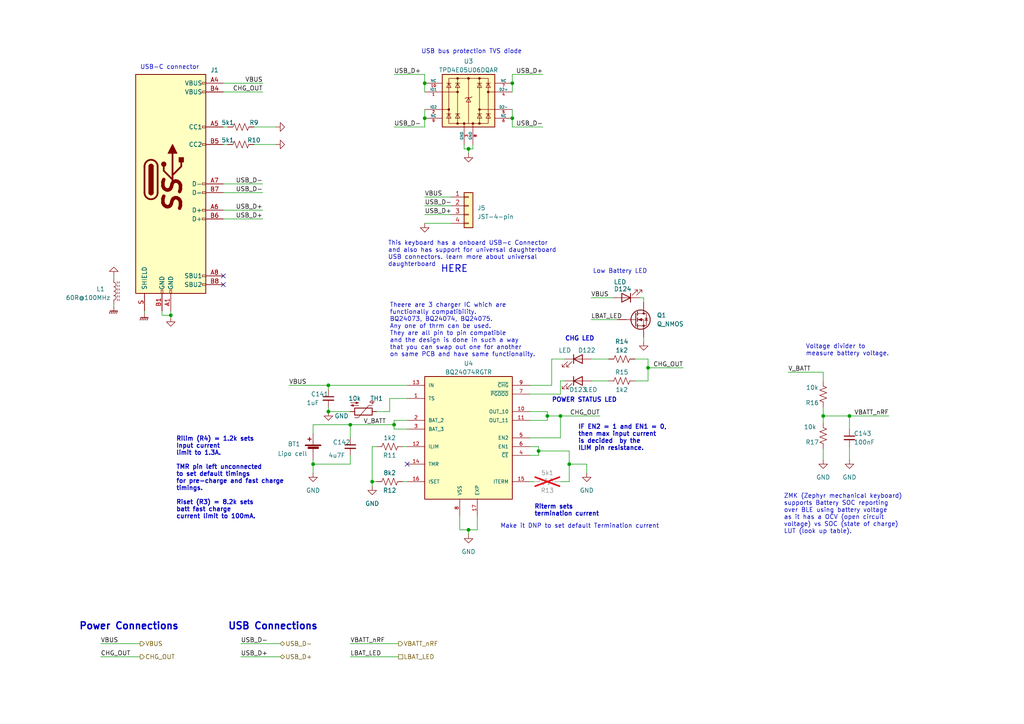
<source format=kicad_sch>
(kicad_sch (version 20250114) (generator "eeschema") (generator_version "9.0")
  (paper "A4")
  (title_block (title "USB and Power Path ") (date "2024-02-17") (rev "1.0") (company "HW-tinkerers"))
  (lib_symbols
    (symbol "Device:C_Small" (pin_numbers (hide yes)) (pin_names (offset 0.254) (hide yes))
      (property "Reference" "C" (at 0.254 1.778 0))
      (property "Value" "C_Small" (at 0.254 -2.032 0))
      (symbol "C_Small_0_1"
        (polyline (pts (xy -1.524 0.508) (xy 1.524 0.508)) (stroke (width 0.3048)))
        (polyline (pts (xy -1.524 -0.508) (xy 1.524 -0.508)) (stroke (width 0.3302)))
      )
      (symbol "C_Small_1_1"
        (pin passive line (at 0 2.54 270) (length 2.032) (name "~") (number "1"))
        (pin passive line (at 0 -2.54 90) (length 2.032) (name "~") (number "2"))
      )
    )
    (symbol "Device:LED" (pin_numbers (hide yes)) (pin_names (offset 1.016) (hide yes))
      (property "Reference" "D" (at 0 2.54 0))
      (property "Value" "LED" (at 0 -2.54 0))
      (symbol "LED_0_1"
        (polyline (pts (xy -3.048 -0.762) (xy -4.572 -2.286) (xy -3.81 -2.286) (xy -4.572 -2.286) (xy -4.572 -1.524)))
        (polyline (pts (xy -1.778 -0.762) (xy -3.302 -2.286) (xy -2.54 -2.286) (xy -3.302 -2.286) (xy -3.302 -1.524)))
        (polyline (pts (xy -1.27 0) (xy 1.27 0)))
        (polyline (pts (xy -1.27 -1.27) (xy -1.27 1.27)) (stroke (width 0.254)))
        (polyline (pts (xy 1.27 -1.27) (xy 1.27 1.27) (xy -1.27 0) (xy 1.27 -1.27)) (stroke (width 0.254)))
      )
      (symbol "LED_1_1"
        (pin passive line (at -3.81 0 0) (length 2.54) (name "K") (number "1"))
        (pin passive line (at 3.81 0 180) (length 2.54) (name "A") (number "2"))
      )
    )
    (symbol "Device:Q_NMOS" (pin_numbers (hide yes)) (pin_names (offset 0) (hide yes))
      (property "Reference" "Q" (at 5.08 1.27 0))
      (property "Value" "Q_NMOS" (at 5.08 -1.27 0))
      (symbol "Q_NMOS_0_1"
        (polyline (pts (xy 0.254 1.905) (xy 0.254 -1.905)) (stroke (width 0.254)))
        (polyline (pts (xy 0.254 0) (xy -2.54 0)))
        (polyline (pts (xy 0.762 2.286) (xy 0.762 1.27)) (stroke (width 0.254)))
        (polyline (pts (xy 0.762 0.508) (xy 0.762 -0.508)) (stroke (width 0.254)))
        (polyline (pts (xy 0.762 -1.27) (xy 0.762 -2.286)) (stroke (width 0.254)))
        (polyline (pts (xy 0.762 -1.778) (xy 3.302 -1.778) (xy 3.302 1.778) (xy 0.762 1.778)))
        (polyline (pts (xy 1.016 0) (xy 2.032 0.381) (xy 2.032 -0.381) (xy 1.016 0)) (fill (type outline)))
        (circle (center 1.651 0) (radius 2.794) (stroke (width 0.254)))
        (polyline (pts (xy 2.54 2.54) (xy 2.54 1.778)))
        (circle (center 2.54 1.778) (radius 0.254) (fill (type outline)))
        (circle (center 2.54 -1.778) (radius 0.254) (fill (type outline)))
        (polyline (pts (xy 2.54 -2.54) (xy 2.54 0) (xy 0.762 0)))
        (polyline (pts (xy 2.921 0.381) (xy 3.683 0.381)))
        (polyline (pts (xy 3.302 0.381) (xy 2.921 -0.254) (xy 3.683 -0.254) (xy 3.302 0.381)))
      )
      (symbol "Q_NMOS_1_1"
        (pin input line (at -5.08 0 0) (length 2.54) (name "G") (number "G"))
        (pin passive line (at 2.54 5.08 270) (length 2.54) (name "D") (number "D"))
        (pin passive line (at 2.54 -5.08 90) (length 2.54) (name "S") (number "S"))
      )
    )
    (symbol "GNDPWR_1" (power) (pin_numbers (hide yes)) (pin_names (offset 0) (hide yes))
      (property "Value" "GNDPWR_1" (at 0 -3.302 0))
      (symbol "GNDPWR_1_0_1"
        (polyline (pts (xy -1.016 -1.27) (xy -1.27 -2.032) (xy -1.27 -2.032)) (stroke (width 0.2032)))
        (polyline (pts (xy -0.508 -1.27) (xy -0.762 -2.032) (xy -0.762 -2.032)) (stroke (width 0.2032)))
        (polyline (pts (xy 0 -1.27) (xy 0 0)))
        (polyline (pts (xy 0 -1.27) (xy -0.254 -2.032) (xy -0.254 -2.032)) (stroke (width 0.2032)))
        (polyline (pts (xy 0.508 -1.27) (xy 0.254 -2.032) (xy 0.254 -2.032)) (stroke (width 0.2032)))
        (polyline (pts (xy 1.016 -1.27) (xy -1.016 -1.27) (xy -1.016 -1.27)) (stroke (width 0.2032)))
        (polyline (pts (xy 1.016 -1.27) (xy 0.762 -2.032) (xy 0.762 -2.032) (xy 0.762 -2.032)) (stroke (width 0.2032)))
      )
      (symbol "GNDPWR_1_1_1"
        (pin power_in line (at 0 0 270) (length 0) (hide yes) (name "GNDPWR") (number "1"))
      )
    )
    (symbol "GND_1" (power) (pin_numbers (hide yes)) (pin_names (offset 0) (hide yes))
      (property "Value" "GND_1" (at 0 -3.81 0))
      (symbol "GND_1_0_1"
        (polyline (pts (xy 0 0) (xy 0 -1.27) (xy 1.27 -1.27) (xy 0 -2.54) (xy -1.27 -1.27) (xy 0 -1.27)))
      )
      (symbol "GND_1_1_1"
        (pin power_in line (at 0 0 270) (length 0) (hide yes) (name "GND") (number "1"))
      )
    )
    (symbol "Unified-Daughterboard-rescue:L_Core_Ferrite-Device" (pin_numbers (hide yes)) (pin_names (offset 1.016) (hide yes))
      (property "Reference" "L" (at -1.27 0 90))
      (property "Value" "L_Core_Ferrite-Device" (at 2.794 0 90))
      (symbol "L_Core_Ferrite-Device_0_1"
        (arc (start 0 2.54) (mid 0.6323 1.905) (end 0 1.27))
        (arc (start 0 1.27) (mid 0.6323 0.635) (end 0 0))
        (arc (start 0 0) (mid 0.6323 -0.635) (end 0 -1.27))
        (arc (start 0 -1.27) (mid 0.6323 -1.905) (end 0 -2.54))
        (polyline (pts (xy 1.016 2.286) (xy 1.016 2.794)))
        (polyline (pts (xy 1.016 1.27) (xy 1.016 1.778)))
        (polyline (pts (xy 1.016 0.254) (xy 1.016 0.762)))
        (polyline (pts (xy 1.016 -0.762) (xy 1.016 -0.254)))
        (polyline (pts (xy 1.016 -1.778) (xy 1.016 -1.27)))
        (polyline (pts (xy 1.016 -2.794) (xy 1.016 -2.286)))
        (polyline (pts (xy 1.524 2.794) (xy 1.524 2.286)))
        (polyline (pts (xy 1.524 1.778) (xy 1.524 1.27)))
        (polyline (pts (xy 1.524 0.762) (xy 1.524 0.254)))
        (polyline (pts (xy 1.524 -0.254) (xy 1.524 -0.762)))
        (polyline (pts (xy 1.524 -1.27) (xy 1.524 -1.778)))
        (polyline (pts (xy 1.524 -2.286) (xy 1.524 -2.794)))
      )
      (symbol "L_Core_Ferrite-Device_1_1"
        (pin passive line (at 0 3.81 270) (length 1.27) (name "1") (number "1"))
        (pin passive line (at 0 -3.81 90) (length 1.27) (name "2") (number "2"))
      )
    )
    (symbol "Unified-Daughterboard-rescue:TYPE-C-31-M12_13-acheronSymbols" (pin_names (offset 1.016))
      (property "Reference" "J" (at -1.27 35.56 0))
      (property "Value" "TYPE-C-31-M12_13-acheronSymbols" (at 10.16 33.02 0))
      (symbol "TYPE-C-31-M12_13-acheronSymbols_0_0"
        (rectangle (start -0.254 -31.75) (end 0.254 -30.734))
        (rectangle (start 10.16 29.464) (end 9.144 28.956))
        (rectangle (start 10.16 16.764) (end 9.144 16.256))
        (rectangle (start 10.16 11.684) (end 9.144 11.176))
        (rectangle (start 10.16 0.254) (end 9.144 -0.254))
        (rectangle (start 10.16 -2.286) (end 9.144 -2.794))
        (rectangle (start 10.16 -7.366) (end 9.144 -7.874))
        (rectangle (start 10.16 -9.906) (end 9.144 -10.414))
        (rectangle (start 10.16 -26.416) (end 9.144 -26.924))
        (rectangle (start 10.16 -28.956) (end 9.144 -29.464))
        (text "SS" (at 0.508 -3.175 900) (effects (font (size 5.08 5.08) (bold yes) (italic yes))))
      )
      (symbol "TYPE-C-31-M12_13-acheronSymbols_0_1"
        (rectangle (start -10.16 31.75) (end 10.16 -31.75) (stroke (width 0.254)) (fill (type background)))
        (polyline (pts (xy -7.62 -2.54) (xy -7.62 5.08)) (stroke (width 0.508)))
        (rectangle (start -6.35 -2.54) (end -5.08 5.08) (stroke (width 0.254)) (fill (type outline)))
        (arc (start -6.35 5.08) (mid -5.715 5.7123) (end -5.08 5.08) (stroke (width 0.254)))
        (arc (start -6.35 5.08) (mid -5.715 5.7123) (end -5.08 5.08) (stroke (width 0.254)) (fill (type outline)))
        (arc (start -7.62 5.08) (mid -5.715 6.9767) (end -3.81 5.08) (stroke (width 0.508)))
        (arc (start -3.81 -2.54) (mid -5.715 -4.4367) (end -7.62 -2.54) (stroke (width 0.508)))
        (arc (start -5.08 -2.54) (mid -5.715 -3.1723) (end -6.35 -2.54) (stroke (width 0.254)))
        (arc (start -5.08 -2.54) (mid -5.715 -3.1723) (end -6.35 -2.54) (stroke (width 0.254)) (fill (type outline)))
        (polyline (pts (xy -3.81 5.08) (xy -3.81 -2.54)) (stroke (width 0.508)))
        (circle (center -2.032 5.715) (radius 0.635) (stroke (width 0.254)) (fill (type outline)))
        (polyline (pts (xy -0.762 8.89) (xy 0.508 11.43) (xy 1.778 8.89) (xy -0.762 8.89)) (stroke (width 0.254)) (fill (type outline)))
        (polyline (pts (xy 0.508 2.54) (xy 3.048 5.08) (xy 3.048 6.35)) (stroke (width 0.508)))
        (polyline (pts (xy 0.508 1.27) (xy -2.032 3.81) (xy -2.032 5.08)) (stroke (width 0.508)))
        (polyline (pts (xy 0.508 0) (xy 0.508 8.89)) (stroke (width 0.508)))
        (rectangle (start 2.413 6.35) (end 3.683 7.62) (stroke (width 0.254)) (fill (type outline)))
      )
      (symbol "TYPE-C-31-M12_13-acheronSymbols_1_1"
        (rectangle (start -2.794 -31.75) (end -2.286 -30.734))
        (rectangle (start 10.16 26.924) (end 9.144 26.416))
        (pin passive line (at -7.62 -36.83 90) (length 5.08) (name "SHIELD") (number "S"))
        (pin power_out line (at -2.54 -36.83 90) (length 5.08) (name "GND") (number "B1"))
        (pin power_out line (at 0 -36.83 90) (length 5.08) (name "GND") (number "A1"))
        (pin power_out line (at 15.24 29.21 180) (length 5.08) (name "VBUS") (number "A4"))
        (pin power_out line (at 15.24 26.67 180) (length 5.08) (name "VBUS") (number "B4"))
        (pin bidirectional line (at 15.24 16.51 180) (length 5.08) (name "CC1") (number "A5"))
        (pin bidirectional line (at 15.24 11.43 180) (length 5.08) (name "CC2") (number "B5"))
        (pin bidirectional line (at 15.24 0 180) (length 5.08) (name "D-") (number "A7"))
        (pin bidirectional line (at 15.24 -2.54 180) (length 5.08) (name "D-") (number "B7"))
        (pin bidirectional line (at 15.24 -7.62 180) (length 5.08) (name "D+") (number "A6"))
        (pin bidirectional line (at 15.24 -10.16 180) (length 5.08) (name "D+") (number "B6"))
        (pin bidirectional line (at 15.24 -26.67 180) (length 5.08) (name "SBU1") (number "A8"))
        (pin bidirectional line (at 15.24 -29.21 180) (length 5.08) (name "SBU2") (number "B8"))
      )
    )
    (symbol "keyboard:BQ24074RGTR" (pin_names (offset 1.016))
      (property "Reference" "U1" (at 0 21.59 0))
      (property "Value" "BQ24074RGTR" (at 0 19.05 0))
      (symbol "BQ24074RGTR_0_0"
        (rectangle (start -12.7 -17.78) (end 12.7 17.78) (stroke (width 0.254)) (fill (type background)))
        (pin input line (at -17.78 15.24 0) (length 5.08) (name "IN") (number "13"))
        (pin input line (at -17.78 11.43 0) (length 5.08) (name "TS") (number "1"))
        (pin bidirectional line (at -17.78 5.08 0) (length 5.08) (name "BAT_2") (number "2"))
        (pin bidirectional line (at -17.78 2.54 0) (length 5.08) (name "BAT_3") (number "3"))
        (pin input line (at -17.78 -2.54 0) (length 5.08) (name "ILIM") (number "12"))
        (pin input line (at -17.78 -7.62 0) (length 5.08) (name "TMR") (number "14"))
        (pin bidirectional line (at -17.78 -12.7 0) (length 5.08) (name "ISET") (number "16"))
        (pin power_in line (at -2.54 -22.86 90) (length 5.08) (name "VSS") (number "8"))
        (pin power_in line (at 2.54 -22.86 90) (length 5.08) (name "EXP") (number "17"))
        (pin output line (at 17.78 15.24 180) (length 5.08) (name "~{CHG}") (number "9"))
        (pin output line (at 17.78 12.7 180) (length 5.08) (name "~{PGOOD}") (number "7"))
        (pin output line (at 17.78 7.62 180) (length 5.08) (name "OUT_10") (number "10"))
        (pin output line (at 17.78 5.08 180) (length 5.08) (name "OUT_11") (number "11"))
        (pin input line (at 17.78 0 180) (length 5.08) (name "EN2") (number "5"))
        (pin input line (at 17.78 -2.54 180) (length 5.08) (name "EN1") (number "6"))
        (pin input line (at 17.78 -5.08 180) (length 5.08) (name "~{CE}") (number "4"))
        (pin input line (at 17.78 -12.7 180) (length 5.08) (name "ITERM") (number "15"))
      )
    )
    (symbol "keyboard:Battery_Cell" (pin_numbers (hide yes)) (pin_names (offset 0) (hide yes))
      (property "Reference" "BT1" (at 3.683 2.032 0))
      (property "Value" "Lipo cell" (at 1.651 -0.762 0))
      (symbol "Battery_Cell_0_1"
        (rectangle (start -2.286 1.778) (end 2.286 1.524) (fill (type outline)))
        (rectangle (start -1.5748 1.1938) (end 1.4732 0.6858) (fill (type outline)))
        (polyline (pts (xy 0 1.778) (xy 0 2.54)))
        (polyline (pts (xy 0 0.762) (xy 0 0)))
        (polyline (pts (xy 0.508 3.429) (xy 1.524 3.429)) (stroke (width 0.254)))
        (polyline (pts (xy 1.016 3.937) (xy 1.016 2.921)) (stroke (width 0.254)))
      )
      (symbol "Battery_Cell_1_1"
        (pin passive line (at 0 5.08 270) (length 2.54) (name "+") (number "1"))
        (pin passive line (at 0 -2.54 90) (length 2.54) (name "-") (number "2"))
      )
    )
    (symbol "keyboard:C_Small" (pin_numbers (hide yes)) (pin_names (offset 0.254) (hide yes))
      (property "Reference" "C" (at 0.254 1.778 0))
      (property "Value" "C_Small" (at 0.254 -2.032 0))
      (symbol "C_Small_0_1"
        (polyline (pts (xy -1.524 0.508) (xy 1.524 0.508)) (stroke (width 0.3048)))
        (polyline (pts (xy -1.524 -0.508) (xy 1.524 -0.508)) (stroke (width 0.3302)))
      )
      (symbol "C_Small_1_1"
        (pin passive line (at 0 2.54 270) (length 2.032) (name "~") (number "1"))
        (pin passive line (at 0 -2.54 90) (length 2.032) (name "~") (number "2"))
      )
    )
    (symbol "keyboard:JST-4-pin" (pin_names (offset 1.016) (hide yes))
      (property "Reference" "J" (at 0 5.08 0))
      (property "Value" "JST-4-pin" (at 0 -7.62 0))
      (symbol "JST-4-pin_1_1"
        (rectangle (start -1.27 3.81) (end 1.27 -6.35) (stroke (width 0.254)) (fill (type background)))
        (rectangle (start -1.27 2.667) (end 0 2.413) (stroke (width 0.1524)))
        (rectangle (start -1.27 0.127) (end 0 -0.127) (stroke (width 0.1524)))
        (rectangle (start -1.27 -2.413) (end 0 -2.667) (stroke (width 0.1524)))
        (rectangle (start -1.27 -4.953) (end 0 -5.207) (stroke (width 0.1524)))
        (pin passive line (at -5.08 2.54 0) (length 3.81) (name "Pin_1") (number "1"))
        (pin passive line (at -5.08 0 0) (length 3.81) (name "Pin_2") (number "2"))
        (pin passive line (at -5.08 -2.54 0) (length 3.81) (name "Pin_3") (number "3"))
        (pin passive line (at -5.08 -5.08 0) (length 3.81) (name "Pin_4") (number "4"))
      )
    )
    (symbol "keyboard:LED" (pin_numbers (hide yes)) (pin_names (offset 1.016) (hide yes))
      (property "Reference" "D" (at 0 2.54 0))
      (property "Value" "LED" (at 0 -2.54 0))
      (symbol "LED_0_1"
        (polyline (pts (xy -3.048 -0.762) (xy -4.572 -2.286) (xy -3.81 -2.286) (xy -4.572 -2.286) (xy -4.572 -1.524)))
        (polyline (pts (xy -1.778 -0.762) (xy -3.302 -2.286) (xy -2.54 -2.286) (xy -3.302 -2.286) (xy -3.302 -1.524)))
        (polyline (pts (xy -1.27 0) (xy 1.27 0)))
        (polyline (pts (xy -1.27 -1.27) (xy -1.27 1.27)) (stroke (width 0.254)))
        (polyline (pts (xy 1.27 -1.27) (xy 1.27 1.27) (xy -1.27 0) (xy 1.27 -1.27)) (stroke (width 0.254)))
      )
      (symbol "LED_1_1"
        (pin passive line (at -3.81 0 0) (length 2.54) (name "K") (number "1"))
        (pin passive line (at 3.81 0 180) (length 2.54) (name "A") (number "2"))
      )
    )
    (symbol "keyboard:R_US" (pin_numbers (hide yes)) (pin_names (offset 0))
      (property "Reference" "R" (at 0 -2.54 0))
      (property "Value" "R_US" (at 0 2.54 0))
      (symbol "R_US_0_1"
        (polyline (pts (xy -2.286 0) (xy -2.54 0)))
        (polyline (pts (xy -0.762 0) (xy -1.143 -1.016) (xy -1.524 0) (xy -1.905 1.016) (xy -2.286 0)))
        (polyline (pts (xy 0.762 0) (xy 0.381 -1.016) (xy 0 0) (xy -0.381 1.016) (xy -0.762 0)))
        (polyline (pts (xy 2.286 0) (xy 2.54 0)))
        (polyline (pts (xy 2.286 0) (xy 1.905 -1.016) (xy 1.524 0) (xy 1.143 1.016) (xy 0.762 0)))
      )
      (symbol "R_US_1_1"
        (pin passive line (at -3.81 0 0) (length 1.27) (name "~") (number "2"))
        (pin passive line (at 3.81 0 180) (length 1.27) (name "~") (number "1"))
      )
    )
    (symbol "keyboard:Thermistor_NTC" (pin_numbers (hide yes)) (pin_names (offset 0))
      (property "Reference" "TH" (at -4.445 0 90))
      (property "Value" "Thermistor_NTC" (at 3.175 0 90))
      (symbol "Thermistor_NTC_0_1"
        (arc (start -3.175 2.413) (mid -3.0506 2.3165) (end -3.048 2.159))
        (arc (start -3.048 2.794) (mid -2.9736 2.9736) (end -2.794 3.048))
        (arc (start -2.794 3.048) (mid -2.6144 2.9736) (end -2.54 2.794))
        (arc (start -2.794 2.54) (mid -2.9736 2.6144) (end -3.048 2.794))
        (arc (start -2.794 1.905) (mid -2.9736 1.9794) (end -3.048 2.159))
        (arc (start -2.54 2.159) (mid -2.6144 1.9794) (end -2.794 1.905))
        (arc (start -2.159 2.794) (mid -2.434 2.5608) (end -2.794 2.54))
        (polyline (pts (xy -2.54 2.159) (xy -2.54 2.794)))
        (polyline (pts (xy -2.54 -3.683) (xy -2.54 -1.397) (xy -2.794 -2.159) (xy -2.286 -2.159) (xy -2.54 -1.397) (xy -2.54 -1.651)) (fill (type outline)))
        (polyline (pts (xy -1.778 2.54) (xy -1.778 1.524) (xy 1.778 -1.524) (xy 1.778 -2.54)))
        (polyline (pts (xy -1.778 -1.397) (xy -1.778 -3.683) (xy -2.032 -2.921) (xy -1.524 -2.921) (xy -1.778 -3.683) (xy -1.778 -3.429)) (fill (type outline)))
        (rectangle (start -1.016 2.54) (end 1.016 -2.54) (stroke (width 0.254)))
      )
      (symbol "Thermistor_NTC_1_1"
        (pin passive line (at 0 3.81 270) (length 1.27) (name "~") (number "1"))
        (pin passive line (at 0 -3.81 90) (length 1.27) (name "~") (number "2"))
      )
    )
    (symbol "keyboard:USB-protection-diode" (pin_names (offset 0))
      (property "Reference" "U4" (at 0 11.8364 0))
      (property "Value" "TPD4E05U06DQAR" (at 0 9.525 0))
      (symbol "USB-protection-diode_0_0"
        (rectangle (start -5.715 6.477) (end 5.715 -6.604))
        (polyline (pts (xy -3.175 -6.604) (xy -3.175 6.477)))
        (polyline (pts (xy 0 6.477) (xy 0 -6.604)))
        (polyline (pts (xy 3.175 6.477) (xy 3.175 -6.604)))
      )
      (symbol "USB-protection-diode_0_1"
        (polyline (pts (xy -7.747 2.54) (xy -3.175 2.54)))
        (rectangle (start -7.62 7.62) (end 7.62 -7.62) (stroke (width 0.254)) (fill (type background)))
        (polyline (pts (xy -7.62 -2.54) (xy -5.715 -2.54)))
        (circle (center -5.715 -2.54) (radius 0.2794) (fill (type outline)))
        (polyline (pts (xy -5.08 5.08) (xy -6.35 5.08)))
        (polyline (pts (xy -5.08 3.81) (xy -6.35 3.81) (xy -5.715 5.08) (xy -5.08 3.81)))
        (polyline (pts (xy -5.08 -3.81) (xy -6.35 -3.81)))
        (polyline (pts (xy -5.08 -5.08) (xy -6.35 -5.08) (xy -5.715 -3.81) (xy -5.08 -5.08)))
        (circle (center -3.175 6.477) (radius 0.2794) (fill (type outline)))
        (circle (center -3.175 2.54) (radius 0.2794) (fill (type outline)))
        (circle (center -3.175 -6.604) (radius 0.2794) (fill (type outline)))
        (polyline (pts (xy -2.54 5.08) (xy -3.81 5.08)))
        (polyline (pts (xy -2.54 3.81) (xy -3.81 3.81) (xy -3.175 5.08) (xy -2.54 3.81)))
        (polyline (pts (xy -2.54 -3.81) (xy -3.81 -3.81)))
        (polyline (pts (xy -2.54 -5.08) (xy -3.81 -5.08) (xy -3.175 -3.81) (xy -2.54 -5.08)))
        (circle (center -1.27 -6.604) (radius 0.2794) (fill (type outline)))
        (polyline (pts (xy -1.27 -6.604) (xy -1.27 -7.62)))
        (polyline (pts (xy -0.635 0.889) (xy -1.016 0.635)))
        (circle (center 0 6.477) (radius 0.2794) (fill (type outline)))
        (polyline (pts (xy 0.635 0.889) (xy -0.635 0.889)))
        (polyline (pts (xy 0.635 0.889) (xy 1.016 1.143)))
        (polyline (pts (xy 0.635 -0.381) (xy -0.635 -0.381) (xy 0 0.889) (xy 0.635 -0.381)))
        (circle (center 3.175 6.477) (radius 0.2794) (fill (type outline)))
        (circle (center 3.175 -2.54) (radius 0.2794) (fill (type outline)))
        (circle (center 3.175 -6.604) (radius 0.2794) (fill (type outline)))
        (polyline (pts (xy 3.81 5.08) (xy 2.54 5.08)))
        (polyline (pts (xy 3.81 3.81) (xy 2.54 3.81) (xy 3.175 5.08) (xy 3.81 3.81)))
        (polyline (pts (xy 3.81 -3.81) (xy 2.54 -3.81)))
        (polyline (pts (xy 3.81 -5.08) (xy 2.54 -5.08) (xy 3.175 -3.81) (xy 3.81 -5.08)))
        (circle (center 5.715 2.54) (radius 0.2794) (fill (type outline)))
        (polyline (pts (xy 6.35 5.08) (xy 5.08 5.08)))
        (polyline (pts (xy 6.35 3.81) (xy 5.08 3.81) (xy 5.715 5.08) (xy 6.35 3.81)))
        (polyline (pts (xy 6.35 -3.81) (xy 5.08 -3.81)))
        (polyline (pts (xy 6.35 -5.08) (xy 5.08 -5.08) (xy 5.715 -3.81) (xy 6.35 -5.08)))
        (polyline (pts (xy 7.62 2.54) (xy 5.715 2.54)))
        (polyline (pts (xy 7.62 -2.54) (xy 3.175 -2.54)))
      )
      (symbol "USB-protection-diode_1_1"
        (polyline (pts (xy 1.27 -6.604) (xy 1.27 -7.62)))
        (circle (center 1.27 -6.604) (radius 0.2794) (fill (type outline)))
        (pin bidirectional line (at -12.7 5.08 0) (length 5.08) (name "NC") (number "10"))
        (pin bidirectional line (at -12.7 2.54 0) (length 5.08) (name "IO1") (number "1"))
        (pin bidirectional line (at -12.7 -2.54 0) (length 5.08) (name "IO2") (number "2"))
        (pin bidirectional line (at -12.7 -5.08 0) (length 5.08) (name "NC") (number "9"))
        (pin power_in line (at -1.27 -12.7 90) (length 5.08) (name "GND") (number "3"))
        (pin power_in line (at 1.27 -12.7 90) (length 5.08) (name "GND") (number "8"))
        (pin bidirectional line (at 12.7 5.08 180) (length 5.08) (name "NC") (number "7"))
        (pin bidirectional line (at 12.7 2.54 180) (length 5.08) (name "D2+") (number "4"))
        (pin bidirectional line (at 12.7 -2.54 180) (length 5.08) (name "D2-") (number "5"))
        (pin bidirectional line (at 12.7 -5.08 180) (length 5.08) (name "NC") (number "6"))
      )
    )
    (symbol "power:GND" (power) (pin_names (offset 0))
      (property "Value" "GND" (at 0 -3.81 0))
      (symbol "GND_0_1"
        (polyline (pts (xy 0 0) (xy 0 -1.27) (xy 1.27 -1.27) (xy 0 -2.54) (xy -1.27 -1.27) (xy 0 -1.27)))
      )
      (symbol "GND_1_1"
        (pin power_in line (at 0 0 270) (length 0) (hide yes) (name "GND") (number "1"))
      )
    )
  )
  (text "Voltage divider to \nmeasure battery voltage.\n\n" (at 233.68 105.41 0) (effects (font (size 1.27 1.27)) (justify left bottom)))
  (text "Low Battery LED" (at 179.832 78.74 0) (effects (font (size 1.27 1.27))))
  (text "Theere are 3 charger IC which are\nfunctionally compatibility.\nBQ24073, BQ24074, BQ24075.\nAny one of thrm can be used.\nThey are all pin to pin compatible \nand the design is done in such a way\nthat you can swap out one for another \non same PCB and have same functionality." (at 113.03 103.632 0) (effects (font (size 1.27 1.27)) (justify left bottom)))
  (text "CHG LED" (at 163.83 99.06 0) (effects (font (size 1.27 1.27) (bold yes)) (justify left bottom)))
  (text "This keyboard has a onboard USB-c Connector\nand also has support for universal daughterboard\nUSB connectors. learn more about universal\ndaughterboard " (at 112.522 77.47 0) (effects (font (size 1.27 1.27)) (justify left bottom)))
  (text "Riterm sets \ntermination current" (at 154.94 149.86 0) (effects (font (size 1.27 1.27) (bold yes)) (justify left bottom)))
  (text "USB bus protection TVS diode\n" (at 122.174 15.748 0) (effects (font (size 1.27 1.27)) (justify left bottom)))
  (text "USB Connections" (at 66.04 182.88 0) (effects (font (size 2 2) (thickness 0.4) (bold yes)) (justify left bottom)))
  (text "HERE" (at 127.762 79.248 0) (effects (font (size 2 2) (thickness 0.254) (bold yes)) (justify left bottom)))
  (text "USB-C connector" (at 40.64 20.32 0) (effects (font (size 1.27 1.27)) (justify left bottom)))
  (text "ZMK (Zephyr mechanical keyboard)\nsupports Battery SOC reporting \nover BLE using battery voltage \nas it has a OCV (open circuit\nvoltage) vs SOC (state of charge)\nLUT (look up table).\n" (at 227.33 154.94 0) (effects (font (size 1.27 1.27)) (justify left bottom)))
  (text "Rilim (R4) = 1.2k sets \nInput current \nlimit to 1.3A.\n\nTMR pin left unconnected \nto set default timings \nfor pre-charge and fast charge\ntimings.\n\nRiset (R3) = 8.2k sets \nbatt fast charge \ncurrent limit to 100mA." (at 51.054 150.622 0) (effects (font (size 1.27 1.27) (bold yes)) (justify left bottom)))
  (text "Power Connections" (at 22.86 182.88 0) (effects (font (size 2 2) (thickness 0.4) (bold yes)) (justify left bottom)))
  (text "POWER STATUS LED" (at 160.02 116.84 0) (effects (font (size 1.27 1.27) (bold yes)) (justify left bottom)))
  (text "IF EN2 = 1 and EN1 = 0,\nthen max input current \nis decided  by the \nILIM pin resistance." (at 167.64 130.81 0) (effects (font (size 1.27 1.27) (bold yes)) (justify left bottom)))
  (text "Make it DNP to set default Termination current" (at 168.148 152.654 0) (effects (font (size 1.27 1.27))))
  (junction (at 101.6 123.19))
  (junction (at 95.25 111.76))
  (junction (at 156.21 130.81))
  (junction (at 123.19 24.13))
  (junction (at 158.75 120.65))
  (junction (at 135.89 43.18))
  (junction (at 135.89 153.67))
  (junction (at 123.19 34.29))
  (junction (at 49.53 91.44))
  (junction (at 187.96 106.68))
  (junction (at 165.1 134.62))
  (junction (at 162.56 120.65))
  (junction (at 95.25 119.38))
  (junction (at 107.95 139.7))
  (junction (at 90.805 134.62))
  (junction (at 148.59 34.29))
  (junction (at 238.76 120.65))
  (junction (at 148.59 24.13))
  (junction (at 114.3 123.19))
  (junction (at 246.38 120.65))
  (no_connect (at 64.77 80.01))
  (no_connect (at 64.77 82.55))
  (no_connect (at 118.11 134.62))
  (wire (pts (xy 153.67 139.7) (xy 154.94 139.7)))
  (wire (pts (xy 148.59 36.83) (xy 157.48 36.83)))
  (wire (pts (xy 101.6 123.19) (xy 114.3 123.19)))
  (wire (pts (xy 123.19 62.23) (xy 130.81 62.23)))
  (wire (pts (xy 116.84 129.54) (xy 118.11 129.54)))
  (wire (pts (xy 33.02 88.265) (xy 33.02 88.9)))
  (wire (pts (xy 160.02 104.14) (xy 163.83 104.14)))
  (wire (pts (xy 69.85 186.69) (xy 81.28 186.69)))
  (wire (pts (xy 101.6 186.69) (xy 115.57 186.69)))
  (wire (pts (xy 138.43 149.86) (xy 138.43 153.67)))
  (wire (pts (xy 163.83 110.49) (xy 162.56 110.49)))
  (wire (pts (xy 157.48 21.59) (xy 148.59 21.59)))
  (wire (pts (xy 107.95 139.7) (xy 107.95 140.97)))
  (wire (pts (xy 238.76 120.65) (xy 246.38 120.65)))
  (wire (pts (xy 64.77 53.34) (xy 76.2 53.34)))
  (wire (pts (xy 156.21 129.54) (xy 156.21 130.81)))
  (wire (pts (xy 246.38 129.54) (xy 246.38 133.35)))
  (wire (pts (xy 64.77 41.91) (xy 66.04 41.91)))
  (wire (pts (xy 238.76 120.65) (xy 238.76 122.555)))
  (wire (pts (xy 123.19 24.13) (xy 123.19 26.67)))
  (wire (pts (xy 186.69 97.79) (xy 186.69 99.06)))
  (wire (pts (xy 109.22 139.7) (xy 107.95 139.7)))
  (wire (pts (xy 113.03 115.57) (xy 118.11 115.57)))
  (wire (pts (xy 170.18 134.62) (xy 170.18 137.16)))
  (wire (pts (xy 95.25 111.76) (xy 118.11 111.76)))
  (wire (pts (xy 113.03 119.38) (xy 113.03 115.57)))
  (wire (pts (xy 41.91 90.17) (xy 41.91 90.805)))
  (wire (pts (xy 153.67 129.54) (xy 156.21 129.54)))
  (wire (pts (xy 123.19 57.15) (xy 130.81 57.15)))
  (wire (pts (xy 246.38 120.65) (xy 257.81 120.65)))
  (wire (pts (xy 101.6 190.5) (xy 115.57 190.5)))
  (wire (pts (xy 64.77 24.13) (xy 76.2 24.13)))
  (wire (pts (xy 49.53 90.17) (xy 49.53 91.44)))
  (wire (pts (xy 162.56 120.65) (xy 173.99 120.65)))
  (wire (pts (xy 123.19 31.75) (xy 123.19 34.29)))
  (wire (pts (xy 153.67 127) (xy 162.56 127)))
  (wire (pts (xy 148.59 21.59) (xy 148.59 24.13)))
  (wire (pts (xy 238.76 118.11) (xy 238.76 120.65)))
  (wire (pts (xy 156.21 130.81) (xy 156.21 132.08)))
  (wire (pts (xy 246.38 120.65) (xy 246.38 124.46)))
  (wire (pts (xy 187.96 104.14) (xy 187.96 106.68)))
  (wire (pts (xy 187.96 106.68) (xy 198.12 106.68)))
  (wire (pts (xy 171.45 92.71) (xy 179.07 92.71)))
  (wire (pts (xy 135.89 153.67) (xy 138.43 153.67)))
  (wire (pts (xy 64.77 36.83) (xy 66.04 36.83)))
  (wire (pts (xy 162.56 114.3) (xy 153.67 114.3)))
  (wire (pts (xy 123.19 21.59) (xy 123.19 24.13)))
  (wire (pts (xy 135.89 43.18) (xy 135.89 44.45)))
  (wire (pts (xy 133.35 153.67) (xy 135.89 153.67)))
  (wire (pts (xy 165.1 134.62) (xy 165.1 139.7)))
  (wire (pts (xy 134.62 43.18) (xy 135.89 43.18)))
  (wire (pts (xy 135.89 153.67) (xy 135.89 154.94)))
  (wire (pts (xy 134.62 41.91) (xy 134.62 43.18)))
  (wire (pts (xy 73.66 41.91) (xy 80.01 41.91)))
  (wire (pts (xy 171.45 104.14) (xy 176.53 104.14)))
  (wire (pts (xy 148.59 34.29) (xy 148.59 36.83)))
  (wire (pts (xy 101.6 119.38) (xy 95.25 119.38)))
  (wire (pts (xy 69.85 190.5) (xy 81.28 190.5)))
  (wire (pts (xy 109.22 119.38) (xy 113.03 119.38)))
  (wire (pts (xy 29.21 190.5) (xy 40.64 190.5)))
  (wire (pts (xy 64.77 60.96) (xy 76.2 60.96)))
  (wire (pts (xy 228.6 107.95) (xy 238.76 107.95)))
  (wire (pts (xy 158.75 120.65) (xy 158.75 121.92)))
  (wire (pts (xy 114.3 121.92) (xy 114.3 123.19)))
  (wire (pts (xy 186.69 86.36) (xy 186.69 87.63)))
  (wire (pts (xy 153.67 111.76) (xy 160.02 111.76)))
  (wire (pts (xy 171.45 86.36) (xy 177.8 86.36)))
  (wire (pts (xy 64.77 63.5) (xy 76.2 63.5)))
  (wire (pts (xy 46.99 90.17) (xy 46.99 91.44)))
  (wire (pts (xy 49.53 91.44) (xy 49.53 92.075)))
  (wire (pts (xy 238.76 110.49) (xy 238.76 107.95)))
  (wire (pts (xy 135.89 43.18) (xy 137.16 43.18)))
  (wire (pts (xy 160.02 111.76) (xy 160.02 104.14)))
  (wire (pts (xy 64.77 55.88) (xy 76.2 55.88)))
  (wire (pts (xy 148.59 24.13) (xy 148.59 26.67)))
  (wire (pts (xy 187.96 106.68) (xy 187.96 110.49)))
  (wire (pts (xy 158.75 119.38) (xy 158.75 120.65)))
  (wire (pts (xy 118.11 121.92) (xy 114.3 121.92)))
  (wire (pts (xy 171.45 110.49) (xy 176.53 110.49)))
  (wire (pts (xy 153.67 132.08) (xy 156.21 132.08)))
  (wire (pts (xy 29.21 186.69) (xy 40.64 186.69)))
  (wire (pts (xy 90.805 137.16) (xy 90.805 134.62)))
  (wire (pts (xy 133.35 149.86) (xy 133.35 153.67)))
  (wire (pts (xy 162.56 127) (xy 162.56 120.65)))
  (wire (pts (xy 184.15 110.49) (xy 187.96 110.49)))
  (wire (pts (xy 114.3 124.46) (xy 118.11 124.46)))
  (wire (pts (xy 95.25 118.11) (xy 95.25 119.38)))
  (wire (pts (xy 107.95 129.54) (xy 107.95 139.7)))
  (wire (pts (xy 90.805 134.62) (xy 101.6 134.62)))
  (wire (pts (xy 83.82 111.76) (xy 95.25 111.76)))
  (wire (pts (xy 49.53 91.44) (xy 46.99 91.44)))
  (wire (pts (xy 95.25 113.03) (xy 95.25 111.76)))
  (wire (pts (xy 165.1 139.7) (xy 162.56 139.7)))
  (wire (pts (xy 90.805 125.73) (xy 90.805 123.19)))
  (wire (pts (xy 153.67 119.38) (xy 158.75 119.38)))
  (wire (pts (xy 185.42 86.36) (xy 186.69 86.36)))
  (wire (pts (xy 238.76 130.175) (xy 238.76 133.35)))
  (wire (pts (xy 109.22 129.54) (xy 107.95 129.54)))
  (wire (pts (xy 123.19 34.29) (xy 123.19 36.83)))
  (wire (pts (xy 137.16 41.91) (xy 137.16 43.18)))
  (wire (pts (xy 114.3 36.83) (xy 123.19 36.83)))
  (wire (pts (xy 162.56 110.49) (xy 162.56 114.3)))
  (wire (pts (xy 114.3 123.19) (xy 114.3 124.46)))
  (wire (pts (xy 73.66 36.83) (xy 80.01 36.83)))
  (wire (pts (xy 90.805 133.35) (xy 90.805 134.62)))
  (wire (pts (xy 101.6 132.08) (xy 101.6 134.62)))
  (wire (pts (xy 148.59 31.75) (xy 148.59 34.29)))
  (wire (pts (xy 90.805 123.19) (xy 101.6 123.19)))
  (wire (pts (xy 123.19 64.77) (xy 130.81 64.77)))
  (wire (pts (xy 101.6 123.19) (xy 101.6 127)))
  (wire (pts (xy 116.84 139.7) (xy 118.11 139.7)))
  (wire (pts (xy 184.15 104.14) (xy 187.96 104.14)))
  (wire (pts (xy 33.02 80.01) (xy 33.02 80.645)))
  (wire (pts (xy 158.75 120.65) (xy 162.56 120.65)))
  (wire (pts (xy 64.77 26.67) (xy 76.2 26.67)))
  (wire (pts (xy 165.1 134.62) (xy 170.18 134.62)))
  (wire (pts (xy 114.3 21.59) (xy 123.19 21.59)))
  (wire (pts (xy 123.19 59.69) (xy 130.81 59.69)))
  (wire (pts (xy 165.1 130.81) (xy 165.1 134.62)))
  (wire (pts (xy 153.67 121.92) (xy 158.75 121.92)))
  (wire (pts (xy 156.21 130.81) (xy 165.1 130.81)))
  (label "VBATT_nRF" (at 257.81 120.65 180))
  (label "CHG_OUT" (at 173.99 120.65 180))
  (label "CHG_OUT" (at 76.2 26.67 180))
  (label "LBAT_LED" (at 171.45 92.71 0))
  (label "USB_D-" (at 114.3 36.83 0))
  (label "V_BATT" (at 105.41 123.19 0))
  (label "VBATT_nRF" (at 101.6 186.69 0))
  (label "CHG_OUT" (at 198.12 106.68 180))
  (label "USB_D+" (at 157.48 21.59 180))
  (label "VBUS" (at 171.45 86.36 0))
  (label "USB_D-" (at 76.2 53.34 180))
  (label "USB_D-" (at 157.48 36.83 180))
  (label "USB_D+" (at 76.2 60.96 180))
  (label "USB_D-" (at 69.85 186.69 0))
  (label "V_BATT" (at 228.6 107.95 0))
  (label "USB_D+" (at 123.19 62.23 0))
  (label "VBUS" (at 83.82 111.76 0))
  (label "CHG_OUT" (at 29.21 190.5 0))
  (label "VBUS" (at 76.2 24.13 180))
  (label "USB_D-" (at 76.2 55.88 180))
  (label "VBUS" (at 29.21 186.69 0))
  (label "USB_D+" (at 114.3 21.59 0))
  (label "LBAT_LED" (at 101.6 190.5 0))
  (label "USB_D+" (at 69.85 190.5 0))
  (label "USB_D+" (at 76.2 63.5 180))
  (label "USB_D-" (at 123.19 59.69 0))
  (label "VBUS" (at 123.19 57.15 0))
  (hierarchical_label "USB_D+" (shape bidirectional) (at 81.28 190.5 0))
  (hierarchical_label "USB_D-" (shape bidirectional) (at 81.28 186.69 0))
  (hierarchical_label "CHG_OUT" (shape output) (at 40.64 190.5 0))
  (hierarchical_label "VBATT_nRF" (shape output) (at 115.57 186.69 0))
  (hierarchical_label "LBAT_LED" (shape passive) (at 115.57 190.5 0))
  (hierarchical_label "VBUS" (shape output) (at 40.64 186.69 0))
  (symbol (lib_name "GND_1") (lib_id "power:GND") (at 135.89 44.45 0) (unit 1)
    (property "Reference" "#PWR0399" (effects (hide yes)))
    (property "Value" "GND" (effects (hide yes)))
    (instances (project "UDB" (path "" (reference "#PWR015") (unit 1))) (project "Keyboard_60%" (path "" (reference "#PWR0399") (unit 1))))
  )
  (symbol (lib_id "keyboard:USB-protection-diode") (at 135.89 29.21 0) (unit 1)
    (property "Reference" "U3" (at 135.89 17.78 0))
    (property "Value" "TPD4E05U06DQAR" (at 135.89 20.32 0))
    (property "Footprint" "keyboard:USON-10" (effects (hide yes)))
    (property "Datasheet" "https://datasheet.lcsc.com/lcsc/1811132110_Texas-Instruments-TPD4E05U06DQAR_C138714.pdf" (effects (hide yes)))
    (property "PN" "TPD4E05U06DQAR" (effects (hide yes)))
    (property "LCSC Part Number" "C138714" (effects (hide yes)))
    (property "LCSC link" "https://www.lcsc.com/product-detail/ESD-Protection-Devices_Texas-Instruments-TPD4E05U06DQAR_C138714.html" (effects (hide yes)))
  )
  (symbol (lib_id "power:GND") (at 107.95 140.97 0) (unit 1)
    (property "Reference" "#PWR0398" (effects (hide yes)))
    (property "Value" "GND" (at 107.95 146.05 0))
  )
  (symbol (lib_id "keyboard:LED") (at 167.64 110.49 0) (unit 1)
    (property "Reference" "D123" (at 167.64 113.03 0))
    (property "Value" "LED" (at 171.45 113.03 0))
    (property "Footprint" "keyboard:LED_0603_1608Metric" (effects (hide yes)))
    (property "Datasheet" "https://datasheet.lcsc.com/lcsc/1811100911_Orient-ORH-B36G_C193191.pdf" (effects (hide yes)))
    (property "PN" "ORH-B36G" (effects (hide yes)))
    (property "LCSC link" "https://www.lcsc.com/product-detail/Light-Emitting-Diodes-LED_Orient-ORH-B36G_C193191.html" (effects (hide yes)))
    (property "LCSC Part Number" "C193191" (effects (hide yes)))
  )
  (symbol (lib_id "keyboard:R_US") (at 69.85 41.91 180) (unit 1)
    (property "Reference" "R10" (at 73.66 40.64 0))
    (property "Value" "5k1" (at 66.04 40.64 0))
    (property "Footprint" "keyboard:R_0402_1005Metric" (effects (hide yes)))
    (property "Datasheet" "https://datasheet.lcsc.com/lcsc/2304140030_YAGEO-RC0402FR-075K1L_C105872.pdf" (effects (hide yes)))
    (property "PN" "RC0402FR-075K1L " (effects (hide yes)))
    (property "LCSC Part Number" "C105872" (effects (hide yes)))
    (property "LCSC link" "https://www.lcsc.com/product-detail/Chip-Resistor-Surface-Mount_YAGEO-RC0402FR-075K1L_C105872.html" (effects (hide yes)))
  )
  (symbol (lib_name "GND_1") (lib_id "power:GND") (at 33.02 80.01 180) (unit 1)
    (property "Reference" "#PWR0390" (effects (hide yes)))
    (property "Value" "GND" (effects (hide yes)))
    (instances (project "UDB" (path "" (reference "#PWR016") (unit 1))) (project "Keyboard_60%" (path "" (reference "#PWR0390") (unit 1))))
  )
  (symbol (lib_name "GND_1") (lib_id "power:GND") (at 186.69 99.06 0) (unit 1)
    (property "Reference" "#PWR0405" (effects (hide yes)))
    (property "Value" "GND" (effects (hide yes)))
  )
  (symbol (lib_id "keyboard:R_US") (at 158.75 139.7 180) (unit 1) (exclude_from_sim yes) (in_bom no) (dnp yes)
    (property "Reference" "R13" (at 158.75 142.24 0))
    (property "Value" "5k1" (at 158.75 137.16 0))
    (property "Footprint" "keyboard:R_0402_1005Metric" (effects (hide yes)))
    (property "Datasheet" "https://datasheet.lcsc.com/lcsc/2304140030_YAGEO-RC0402FR-075K1L_C105872.pdf" (effects (hide yes)))
    (property "PN" "RC0402FR-075K1L " (effects (hide yes)))
    (property "LCSC Part Number" "C105872" (effects (hide yes)))
    (property "LCSC link" "https://www.lcsc.com/product-detail/Chip-Resistor-Surface-Mount_YAGEO-RC0402FR-075K1L_C105872.html" (effects (hide yes)))
  )
  (symbol (lib_id "keyboard:Battery_Cell") (at 90.805 130.81 0) (mirror y) (unit 1)
    (property "Reference" "BT1" (at 87.122 128.778 0) (effects (justify left)))
    (property "Value" "Lipo cell" (at 89.154 131.572 0) (effects (justify left)))
    (property "Footprint" "keyboard:JST-2-pin" (effects (hide yes)))
    (property "Datasheet" "https://datasheet.lcsc.com/lcsc/2102031704_JST-S2B-PH-SM4-TB-LF-SN_C295747.pdf?_gl=1*1ypqtxq*_ga*MTU4NjQwMTc1OS4xNjc2OTUzMTU3*_ga_98M84MKSZH*MTcxNTc0NzcxMC44NS4xLjE3MTU3NDk1MDAuMzYuMC4w" (effects (hide yes)))
    (property "LCSC link" "https://www.lcsc.com/product-detail/Wire-To-Board-Connector_JST-S2B-PH-SM4-TB-LF-SN_C295747.html" (effects (hide yes)))
    (property "PN" "JST S2B-PH-SM4-TB(LF)(SN) " (effects (hide yes)))
    (property "LCSC Part Number" "C295747" (effects (hide yes)))
  )
  (symbol (lib_name "GND_1") (lib_id "power:GND") (at 80.01 36.83 90) (unit 1)
    (property "Reference" "#PWR0394" (effects (hide yes)))
    (property "Value" "GND" (effects (hide yes)))
    (instances (project "UDB" (path "" (reference "#PWR02") (unit 1))) (project "Keyboard_60%" (path "" (reference "#PWR0394") (unit 1))))
  )
  (symbol (lib_id "power:GND") (at 238.76 133.35 0) (unit 1)
    (property "Reference" "#PWR0403" (effects (hide yes)))
    (property "Value" "GND" (at 238.76 138.43 0))
  )
  (symbol (lib_id "power:GND") (at 170.18 137.16 0) (unit 1)
    (property "Reference" "#PWR0401" (effects (hide yes)))
    (property "Value" "GND" (at 170.18 142.24 0))
  )
  (symbol (lib_id "power:GND") (at 135.89 154.94 0) (unit 1)
    (property "Reference" "#PWR0400" (effects (hide yes)))
    (property "Value" "GND" (at 135.89 160.02 0))
  )
  (symbol (lib_id "keyboard:R_US") (at 180.34 104.14 0) (unit 1)
    (property "Reference" "R14" (at 180.34 99.06 0))
    (property "Value" "1k2" (at 180.34 101.6 0))
    (property "Footprint" "keyboard:R_0402_1005Metric" (effects (hide yes)))
    (property "Datasheet" "https://datasheet.lcsc.com/lcsc/2304140030_YAGEO-RC0402FR-071K2L_C138040.pdf" (effects (hide yes)))
    (property "PN" "RC0402FR-071K2L" (effects (hide yes)))
    (property "LCSC Part Number" "C138040" (effects (hide yes)))
    (property "LCSC link" "https://www.lcsc.com/product-detail/Chip-Resistor-Surface-Mount_YAGEO-RC0402FR-071K2L_C138040.html" (effects (hide yes)))
  )
  (symbol (lib_id "keyboard:BQ24074RGTR") (at 135.89 127 0) (unit 1)
    (property "Reference" "U4" (at 135.89 105.41 0))
    (property "Value" "BQ24074RGTR" (at 135.89 107.95 0))
    (property "Footprint" "keyboard:QFN-16" (effects (hide yes)))
    (property "Datasheet" "https://datasheet.lcsc.com/lcsc/1809192125_Texas-Instruments-BQ24074RGTR_C54313.pdf" (effects (hide yes)))
    (property "LCSC link" "https://www.lcsc.com/product-detail/Battery-Management-ICs_Texas-Instruments-BQ24074RGTR_C54313.html" (effects (hide yes)))
    (property "PN" "BQ24074RGTR" (effects (hide yes)))
    (property "LCSC Part Number" "C54313" (effects (hide yes)))
  )
  (symbol (lib_id "Device:Q_NMOS") (at 184.15 92.71 0) (unit 1)
    (property "Reference" "Q1" (at 190.5 91.4399 0) (effects (justify left)))
    (property "Value" "Q_NMOS" (at 190.5 93.9799 0) (effects (justify left)))
    (property "Footprint" "keyboard:SOT-23-3" (effects (hide yes)))
    (property "Description" "N-MOSFET transistor" (effects (hide yes)))
  )
  (symbol (lib_name "GNDPWR_1") (lib_id "power:GNDPWR") (at 33.02 88.9 0) (unit 1)
    (property "Reference" "#PWR0391" (effects (hide yes)))
    (property "Value" "GNDPWR" (effects (hide yes)))
    (instances (project "UDB" (path "" (reference "#PWR017") (unit 1))) (project "Keyboard_60%" (path "" (reference "#PWR0391") (unit 1))))
  )
  (symbol (lib_id "Unified-Daughterboard-rescue:L_Core_Ferrite-Device") (at 33.02 84.455 0) (unit 1)
    (property "Reference" "L6" (at 27.94 83.82 0) (effects (justify left)))
    (property "Value" "60R@100MHz" (at 19.05 86.36 0) (effects (justify left)))
    (property "Footprint" "keyboard:L_0603_1608Metric" (effects (hide yes)))
    (property "Datasheet" "https://datasheet.lcsc.com/lcsc/1912111437_TDK-MPZ1608S600ATDH5_C307775.pdf" (effects (hide yes)))
    (property "PN" "MPZ1608S600ATDH5" (effects (hide yes)))
    (property "LCSC Part Number" "C307775" (effects (hide yes)))
    (property "LCSC link" "https://www.lcsc.com/product-detail/Ferrite-Beads_TDK-MPZ1608S600ATDH5_C307775.html" (effects (hide yes)))
    (instances (project "UDB" (path "" (reference "L1") (unit 1))) (project "Keyboard_60%" (path "" (reference "L6") (unit 1))))
  )
  (symbol (lib_id "power:GND") (at 246.38 133.35 0) (unit 1)
    (property "Reference" "#PWR0404" (effects (hide yes)))
    (property "Value" "GND" (at 246.38 138.43 0))
  )
  (symbol (lib_id "power:GND") (at 90.805 137.16 0) (unit 1)
    (property "Reference" "#PWR0396" (effects (hide yes)))
    (property "Value" "GND" (at 90.805 142.24 0))
  )
  (symbol (lib_name "GND_1") (lib_id "power:GND") (at 80.01 41.91 90) (unit 1)
    (property "Reference" "#PWR0395" (effects (hide yes)))
    (property "Value" "GND" (effects (hide yes)))
    (instances (project "UDB" (path "" (reference "#PWR04") (unit 1))) (project "Keyboard_60%" (path "" (reference "#PWR0395") (unit 1))))
  )
  (symbol (lib_id "keyboard:R_US") (at 238.76 126.365 270) (unit 1)
    (property "Reference" "R17" (at 235.585 128.27 90))
    (property "Value" "10k" (at 234.95 123.825 90))
    (property "Footprint" "keyboard:R_0402_1005Metric" (effects (hide yes)))
    (property "Datasheet" "https://datasheet.lcsc.com/lcsc/2304140030_YAGEO-RC0402FR-0710KL_C60490.pdf" (effects (hide yes)))
    (property "PN" "RC0402FR-0710KL" (effects (hide yes)))
    (property "LCSC Part Number" "C60490" (effects (hide yes)))
    (property "LCSC link" "https://www.lcsc.com/product-detail/Chip-Resistor-Surface-Mount_YAGEO-RC0402FR-0710KL_C60490.html" (effects (hide yes)))
  )
  (symbol (lib_id "keyboard:Thermistor_NTC") (at 105.41 119.38 270) (unit 1)
    (property "Reference" "TH1" (at 109.22 115.57 90))
    (property "Value" "10k" (at 102.87 115.57 90))
    (property "Footprint" "keyboard:R_0402_1005Metric" (effects (hide yes)))
    (property "Datasheet" "https://datasheet.lcsc.com/lcsc/2110081230_Sunlord-SDNT1005X103F3950FTF_C95939.pdf" (effects (hide yes)))
    (property "PN" "SDNT1005X103F3950FTF" (effects (hide yes)))
    (property "LCSC Part Number" "C95939" (effects (hide yes)))
    (property "LCSC link" "https://www.lcsc.com/product-detail/span-style-background-color-ff0-NTC-span-Thermistors_Sunlord-SDNT1005X103F3950FTF_C95939.html" (effects (hide yes)))
  )
  (symbol (lib_id "keyboard:R_US") (at 180.34 110.49 0) (unit 1)
    (property "Reference" "R15" (at 180.34 107.95 0))
    (property "Value" "1k2" (at 180.34 113.03 0))
    (property "Footprint" "keyboard:R_0402_1005Metric" (effects (hide yes)))
    (property "Datasheet" "https://datasheet.lcsc.com/lcsc/2304140030_YAGEO-RC0402FR-071K2L_C138040.pdf" (effects (hide yes)))
    (property "PN" "RC0402FR-071K2L" (effects (hide yes)))
    (property "LCSC Part Number" "C138040" (effects (hide yes)))
    (property "LCSC link" "https://www.lcsc.com/product-detail/Chip-Resistor-Surface-Mount_YAGEO-RC0402FR-071K2L_C138040.html" (effects (hide yes)))
  )
  (symbol (lib_id "Unified-Daughterboard-rescue:TYPE-C-31-M12_13-acheronSymbols") (at 49.53 53.34 0) (unit 1)
    (property "Reference" "J4" (at 62.23 20.32 0))
    (property "Value" "TYPE-C-31-M12_13" (effects (hide yes)))
    (property "Footprint" "keyboard:tyye_c_connector" (effects (hide yes)))
    (property "Datasheet" "https://datasheet.lcsc.com/lcsc/2205251630_Korean-Hroparts-Elec-TYPE-C-31-M-12_C165948.pdf" (effects (hide yes)))
    (property "PN" "TYPE-C-31-M-12" (effects (hide yes)))
    (property "LCSC Part Number" "C165948" (effects (hide yes)))
    (property "LCSC link" "https://www.lcsc.com/product-detail/USB-Connectors_Korean-Hroparts-Elec-TYPE-C-31-M-12_C165948.html" (effects (hide yes)))
    (instances (project "UDB" (path "" (reference "J1") (unit 1))) (project "Keyboard_60%" (path "" (reference "J4") (unit 1))))
  )
  (symbol (lib_id "keyboard:R_US") (at 238.76 114.3 270) (unit 1)
    (property "Reference" "R16" (at 235.585 116.84 90))
    (property "Value" "10k" (at 235.585 112.395 90))
    (property "Footprint" "keyboard:R_0402_1005Metric" (effects (hide yes)))
    (property "Datasheet" "https://datasheet.lcsc.com/lcsc/2304140030_YAGEO-RC0402FR-0710KL_C60490.pdf" (effects (hide yes)))
    (property "PN" "RC0402FR-0710KL" (effects (hide yes)))
    (property "LCSC Part Number" "C60490" (effects (hide yes)))
    (property "LCSC link" "https://www.lcsc.com/product-detail/Chip-Resistor-Surface-Mount_YAGEO-RC0402FR-0710KL_C60490.html" (effects (hide yes)))
  )
  (symbol (lib_id "keyboard:R_US") (at 69.85 36.83 180) (unit 1)
    (property "Reference" "R9" (at 73.66 35.56 0))
    (property "Value" "5k1" (at 66.04 35.56 0))
    (property "Footprint" "keyboard:R_0402_1005Metric" (effects (hide yes)))
    (property "Datasheet" "https://datasheet.lcsc.com/lcsc/2304140030_YAGEO-RC0402FR-075K1L_C105872.pdf" (effects (hide yes)))
    (property "PN" "RC0402FR-075K1L " (effects (hide yes)))
    (property "LCSC Part Number" "C105872" (effects (hide yes)))
    (property "LCSC link" "https://www.lcsc.com/product-detail/Chip-Resistor-Surface-Mount_YAGEO-RC0402FR-075K1L_C105872.html" (effects (hide yes)))
  )
  (symbol (lib_name "GNDPWR_1") (lib_id "power:GNDPWR") (at 41.91 90.805 0) (unit 1)
    (property "Reference" "#PWR0392" (effects (hide yes)))
    (property "Value" "GNDPWR" (effects (hide yes)))
    (instances (project "UDB" (path "" (reference "#PWR014") (unit 1))) (project "Keyboard_60%" (path "" (reference "#PWR0392") (unit 1))))
  )
  (symbol (lib_id "Device:C_Small") (at 95.25 115.57 0) (unit 1)
    (property "Reference" "C141" (at 90.17 114.3 0) (effects (justify left)))
    (property "Value" "1uF" (at 88.9 116.84 0) (effects (justify left)))
    (property "Footprint" "keyboard:C_0603_1608Metric" (effects (hide yes)))
    (property "Datasheet" "https://datasheet.lcsc.com/lcsc/2209191700_Samsung-Electro-Mechanics-CL10A105KO8NNNC_C1592.pdf" (effects (hide yes)))
    (property "LCSC link" "https://www.lcsc.com/product-detail/Multilayer-Ceramic-Capacitors-MLCC-SMD-SMT_Samsung-Electro-Mechanics-CL10A105KO8NNNC_C1592.html" (effects (hide yes)))
    (property "PN" "CL10A105KO8NNNC" (effects (hide yes)))
    (property "LCSC Part Number" "C1592" (effects (hide yes)))
  )
  (symbol (lib_id "keyboard:R_US") (at 113.03 129.54 180) (unit 1)
    (property "Reference" "R11" (at 113.03 132.08 0))
    (property "Value" "1k2" (at 113.03 127 0))
    (property "Footprint" "keyboard:R_0402_1005Metric" (effects (hide yes)))
    (property "Datasheet" "https://datasheet.lcsc.com/lcsc/2304140030_YAGEO-RC0402FR-071K2L_C138040.pdf" (effects (hide yes)))
    (property "PN" "RC0402FR-071K2L" (effects (hide yes)))
    (property "LCSC Part Number" "C138040" (effects (hide yes)))
    (property "LCSC link" "https://www.lcsc.com/product-detail/Chip-Resistor-Surface-Mount_YAGEO-RC0402FR-071K2L_C138040.html" (effects (hide yes)))
  )
  (symbol (lib_id "keyboard:JST-4-pin") (at 135.89 59.69 0) (unit 1)
    (property "Reference" "J5" (at 138.43 60.325 0) (effects (justify left)))
    (property "Value" "JST-4-pin" (at 138.43 62.865 0) (effects (justify left)))
    (property "Footprint" "keyboard:JST-4-pin" (effects (hide yes)))
    (property "Datasheet" "https://datasheet.lcsc.com/lcsc/1811151533_JST-Sales-America-SM04B-SRSS-TB-LF-SN_C160404.pdf" (effects (hide yes)))
    (property "LCSC Part Number" "C160404" (effects (hide yes)))
    (property "LCSC link" "https://www.lcsc.com/product-detail/Wire-To-Board-Wire-To-Wire-Connector_JST-Sales-America-SM04B-SRSS-TB-LF-SN_C160404.html" (effects (hide yes)))
    (property "PN" "SM04B-SRSS-TB(LF)(SN)" (effects (hide yes)))
  )
  (symbol (lib_id "keyboard:C_Small") (at 246.38 127 0) (unit 1)
    (property "Reference" "C143" (at 247.65 125.73 0) (effects (justify left)))
    (property "Value" "100nF" (at 247.65 128.27 0) (effects (justify left)))
    (property "Footprint" "keyboard:C_0402_1005Metric" (effects (hide yes)))
    (property "Datasheet" "https://datasheet.lcsc.com/lcsc/2304140030_Samsung-Electro-Mechanics-CL05B104KO5NNNC_C1525.pdf" (effects (hide yes)))
    (property "PN" "CL05B104KO5NNNC" (effects (hide yes)))
    (property "LCSC Part Number" "C1525" (effects (hide yes)))
    (property "LCSC link" "https://www.lcsc.com/product-detail/Multilayer-Ceramic-Capacitors-MLCC-SMD-SMT_Samsung-Electro-Mechanics-CL05B104KO5NNNC_C1525.html" (effects (hide yes)))
  )
  (symbol (lib_id "Device:LED") (at 181.61 86.36 180) (unit 1)
    (property "Reference" "D124" (at 180.594 83.82 0))
    (property "Value" "LED" (at 179.832 81.788 0))
    (property "Footprint" "keyboard:LED_0603_1608Metric" (effects (hide yes)))
    (property "Description" "Light emitting diode" (effects (hide yes)))
    (property "Sim.Pins" "1=K 2=A" (effects (hide yes)))
  )
  (symbol (lib_id "keyboard:LED") (at 167.64 104.14 0) (unit 1)
    (property "Reference" "D122" (at 170.18 101.6 0))
    (property "Value" "LED" (at 163.83 101.6 0))
    (property "Footprint" "keyboard:LED_0603_1608Metric" (effects (hide yes)))
    (property "Datasheet" "https://datasheet.lcsc.com/lcsc/2211030000_XINGLIGHT-XL-1608SURC-06_C965799.pdf" (effects (hide yes)))
    (property "PN" "XL-1608SURC-06" (effects (hide yes)))
    (property "LCSC Part Number" "C965799" (effects (hide yes)))
    (property "LCSC link" "https://www.lcsc.com/product-detail/Light-Emitting-Diodes-LED_XINGLIGHT-XL-1608SURC-06_C965799.html" (effects (hide yes)))
  )
  (symbol (lib_name "GND_1") (lib_id "power:GND") (at 49.53 92.075 0) (unit 1)
    (property "Reference" "#PWR0393" (effects (hide yes)))
    (property "Value" "GND" (effects (hide yes)))
    (instances (project "UDB" (path "" (reference "#PWR015") (unit 1))) (project "Keyboard_60%" (path "" (reference "#PWR0393") (unit 1))))
  )
  (symbol (lib_id "Device:C_Small") (at 101.6 129.54 0) (unit 1)
    (property "Reference" "C142" (at 96.52 128.27 0) (effects (justify left)))
    (property "Value" "4u7F" (at 95.25 132.08 0) (effects (justify left)))
    (property "Footprint" "keyboard:C_0805_2012Metric" (effects (hide yes)))
    (property "Datasheet" "https://datasheet.lcsc.com/lcsc/2304140030_Samsung-Electro-Mechanics-CL21A475KAQNNNE_C1779.pdf" (effects (hide yes)))
    (property "LCSC link" "https://www.lcsc.com/product-detail/Multilayer-Ceramic-Capacitors-MLCC-SMD-SMT_Samsung-Electro-Mechanics-CL21A475KAQNNNE_C1779.html" (effects (hide yes)))
    (property "PN" "CL21A475KAQNNNE" (effects (hide yes)))
    (property "LCSC Part Number" "C1779" (effects (hide yes)))
  )
  (symbol (lib_name "GND_1") (lib_id "power:GND") (at 123.19 64.77 0) (unit 1)
    (property "Reference" "#PWR0402" (effects (hide yes)))
    (property "Value" "GND" (effects (hide yes)))
    (instances (project "UDB" (path "" (reference "#PWR015") (unit 1))) (project "Keyboard_60%" (path "" (reference "#PWR0402") (unit 1))))
  )
  (symbol (lib_id "power:GND") (at 95.25 119.38 0) (unit 1)
    (property "Reference" "#PWR0397" (effects (hide yes)))
    (property "Value" "GND" (at 99.06 120.65 0))
  )
  (symbol (lib_id "keyboard:R_US") (at 113.03 139.7 180) (unit 1)
    (property "Reference" "R12" (at 113.03 142.24 0))
    (property "Value" "8k2" (at 113.03 137.16 0))
    (property "Footprint" "keyboard:R_0402_1005Metric" (effects (hide yes)))
    (property "Datasheet" "https://www.lcsc.com/datasheet/lcsc_datasheet_2304140030_Walsin-Tech-Corp-WR04X8201FTL_C170361.pdf" (effects (hide yes)))
    (property "PN" "WR04X8201FTL" (effects (hide yes)))
    (property "LCSC Part Number" "C170361" (effects (hide yes)))
    (property "LCSC link" "https://www.lcsc.com/product-detail/Chip-Resistor-Surface-Mount_Walsin-Tech-Corp-WR04X8201FTL_C170361.html" (effects (hide yes)))
  )
)
</source>
